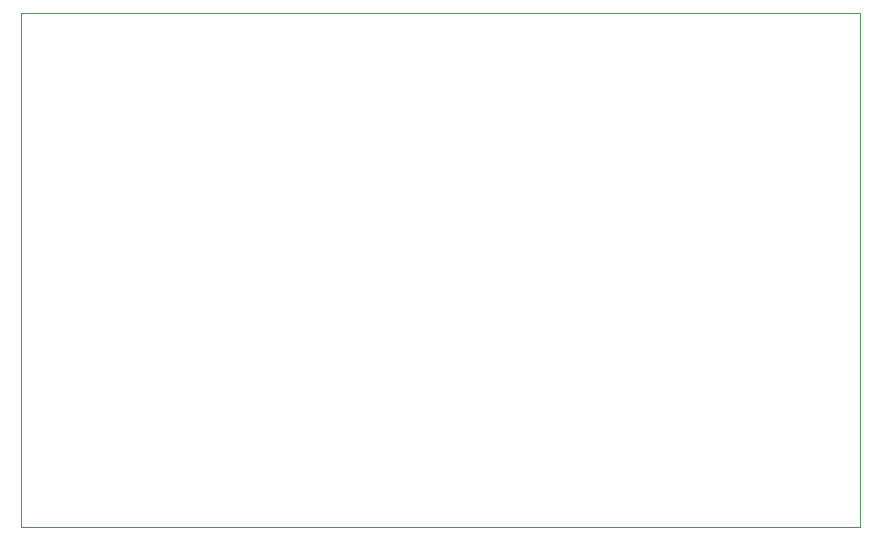
<source format=gbr>
G04 #@! TF.GenerationSoftware,KiCad,Pcbnew,5.1.3-ffb9f22~84~ubuntu18.04.1*
G04 #@! TF.CreationDate,2019-08-04T04:56:57-07:00*
G04 #@! TF.ProjectId,board,626f6172-642e-46b6-9963-61645f706362,rev?*
G04 #@! TF.SameCoordinates,Original*
G04 #@! TF.FileFunction,Profile,NP*
%FSLAX46Y46*%
G04 Gerber Fmt 4.6, Leading zero omitted, Abs format (unit mm)*
G04 Created by KiCad (PCBNEW 5.1.3-ffb9f22~84~ubuntu18.04.1) date 2019-08-04 04:56:57*
%MOMM*%
%LPD*%
G04 APERTURE LIST*
%ADD10C,0.050000*%
G04 APERTURE END LIST*
D10*
X204000000Y-44500000D02*
X133000000Y-44500000D01*
X133000000Y-88000000D02*
X204000000Y-88000000D01*
X133000000Y-88000000D02*
X133000000Y-44500000D01*
X204000000Y-44500000D02*
X204000000Y-88000000D01*
M02*

</source>
